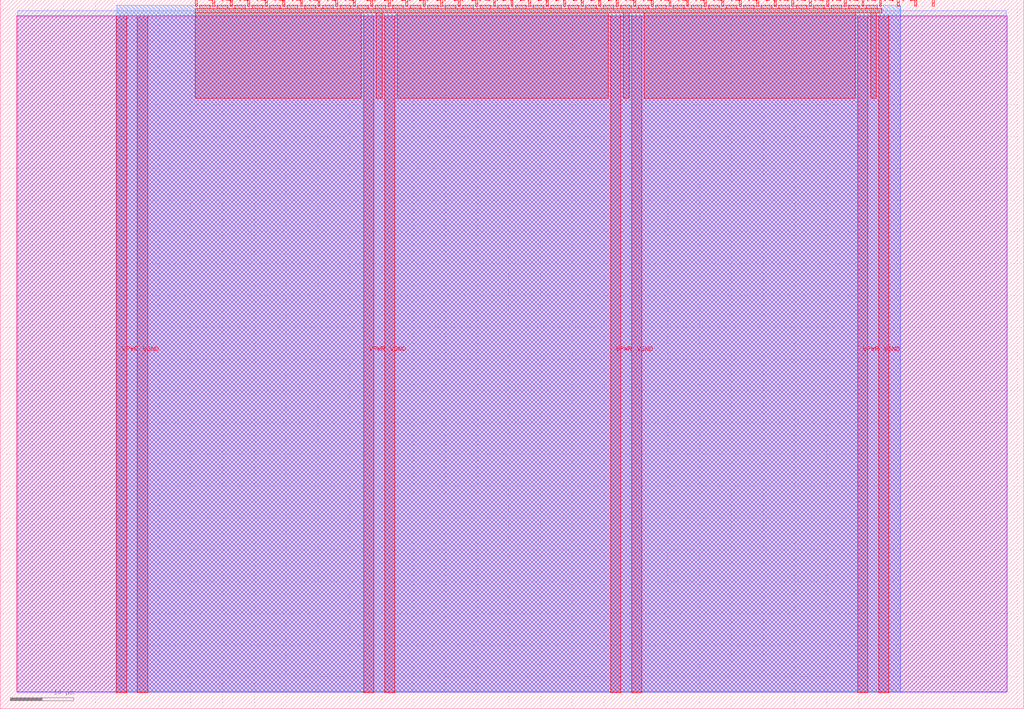
<source format=lef>
VERSION 5.7 ;
  NOWIREEXTENSIONATPIN ON ;
  DIVIDERCHAR "/" ;
  BUSBITCHARS "[]" ;
MACRO tt_um_c1_array_mult_structural
  CLASS BLOCK ;
  FOREIGN tt_um_c1_array_mult_structural ;
  ORIGIN 0.000 0.000 ;
  SIZE 161.000 BY 111.520 ;
  PIN VGND
    DIRECTION INOUT ;
    USE GROUND ;
    PORT
      LAYER met4 ;
        RECT 21.580 2.480 23.180 109.040 ;
    END
    PORT
      LAYER met4 ;
        RECT 60.450 2.480 62.050 109.040 ;
    END
    PORT
      LAYER met4 ;
        RECT 99.320 2.480 100.920 109.040 ;
    END
    PORT
      LAYER met4 ;
        RECT 138.190 2.480 139.790 109.040 ;
    END
  END VGND
  PIN VPWR
    DIRECTION INOUT ;
    USE POWER ;
    PORT
      LAYER met4 ;
        RECT 18.280 2.480 19.880 109.040 ;
    END
    PORT
      LAYER met4 ;
        RECT 57.150 2.480 58.750 109.040 ;
    END
    PORT
      LAYER met4 ;
        RECT 96.020 2.480 97.620 109.040 ;
    END
    PORT
      LAYER met4 ;
        RECT 134.890 2.480 136.490 109.040 ;
    END
  END VPWR
  PIN clk
    DIRECTION INPUT ;
    USE SIGNAL ;
    PORT
      LAYER met4 ;
        RECT 143.830 110.520 144.130 111.520 ;
    END
  END clk
  PIN ena
    DIRECTION INPUT ;
    USE SIGNAL ;
    PORT
      LAYER met4 ;
        RECT 146.590 110.520 146.890 111.520 ;
    END
  END ena
  PIN rst_n
    DIRECTION INPUT ;
    USE SIGNAL ;
    PORT
      LAYER met4 ;
        RECT 141.070 110.520 141.370 111.520 ;
    END
  END rst_n
  PIN ui_in[0]
    DIRECTION INPUT ;
    USE SIGNAL ;
    ANTENNAGATEAREA 0.213000 ;
    PORT
      LAYER met4 ;
        RECT 138.310 110.520 138.610 111.520 ;
    END
  END ui_in[0]
  PIN ui_in[1]
    DIRECTION INPUT ;
    USE SIGNAL ;
    ANTENNAGATEAREA 0.159000 ;
    PORT
      LAYER met4 ;
        RECT 135.550 110.520 135.850 111.520 ;
    END
  END ui_in[1]
  PIN ui_in[2]
    DIRECTION INPUT ;
    USE SIGNAL ;
    ANTENNAGATEAREA 0.213000 ;
    PORT
      LAYER met4 ;
        RECT 132.790 110.520 133.090 111.520 ;
    END
  END ui_in[2]
  PIN ui_in[3]
    DIRECTION INPUT ;
    USE SIGNAL ;
    ANTENNAGATEAREA 0.213000 ;
    PORT
      LAYER met4 ;
        RECT 130.030 110.520 130.330 111.520 ;
    END
  END ui_in[3]
  PIN ui_in[4]
    DIRECTION INPUT ;
    USE SIGNAL ;
    ANTENNAGATEAREA 0.126000 ;
    PORT
      LAYER met4 ;
        RECT 127.270 110.520 127.570 111.520 ;
    END
  END ui_in[4]
  PIN ui_in[5]
    DIRECTION INPUT ;
    USE SIGNAL ;
    ANTENNAGATEAREA 0.126000 ;
    PORT
      LAYER met4 ;
        RECT 124.510 110.520 124.810 111.520 ;
    END
  END ui_in[5]
  PIN ui_in[6]
    DIRECTION INPUT ;
    USE SIGNAL ;
    ANTENNAGATEAREA 0.213000 ;
    PORT
      LAYER met4 ;
        RECT 121.750 110.520 122.050 111.520 ;
    END
  END ui_in[6]
  PIN ui_in[7]
    DIRECTION INPUT ;
    USE SIGNAL ;
    ANTENNAGATEAREA 0.159000 ;
    PORT
      LAYER met4 ;
        RECT 118.990 110.520 119.290 111.520 ;
    END
  END ui_in[7]
  PIN uio_in[0]
    DIRECTION INPUT ;
    USE SIGNAL ;
    PORT
      LAYER met4 ;
        RECT 116.230 110.520 116.530 111.520 ;
    END
  END uio_in[0]
  PIN uio_in[1]
    DIRECTION INPUT ;
    USE SIGNAL ;
    PORT
      LAYER met4 ;
        RECT 113.470 110.520 113.770 111.520 ;
    END
  END uio_in[1]
  PIN uio_in[2]
    DIRECTION INPUT ;
    USE SIGNAL ;
    PORT
      LAYER met4 ;
        RECT 110.710 110.520 111.010 111.520 ;
    END
  END uio_in[2]
  PIN uio_in[3]
    DIRECTION INPUT ;
    USE SIGNAL ;
    PORT
      LAYER met4 ;
        RECT 107.950 110.520 108.250 111.520 ;
    END
  END uio_in[3]
  PIN uio_in[4]
    DIRECTION INPUT ;
    USE SIGNAL ;
    PORT
      LAYER met4 ;
        RECT 105.190 110.520 105.490 111.520 ;
    END
  END uio_in[4]
  PIN uio_in[5]
    DIRECTION INPUT ;
    USE SIGNAL ;
    PORT
      LAYER met4 ;
        RECT 102.430 110.520 102.730 111.520 ;
    END
  END uio_in[5]
  PIN uio_in[6]
    DIRECTION INPUT ;
    USE SIGNAL ;
    PORT
      LAYER met4 ;
        RECT 99.670 110.520 99.970 111.520 ;
    END
  END uio_in[6]
  PIN uio_in[7]
    DIRECTION INPUT ;
    USE SIGNAL ;
    PORT
      LAYER met4 ;
        RECT 96.910 110.520 97.210 111.520 ;
    END
  END uio_in[7]
  PIN uio_oe[0]
    DIRECTION OUTPUT ;
    USE SIGNAL ;
    PORT
      LAYER met4 ;
        RECT 49.990 110.520 50.290 111.520 ;
    END
  END uio_oe[0]
  PIN uio_oe[1]
    DIRECTION OUTPUT ;
    USE SIGNAL ;
    PORT
      LAYER met4 ;
        RECT 47.230 110.520 47.530 111.520 ;
    END
  END uio_oe[1]
  PIN uio_oe[2]
    DIRECTION OUTPUT ;
    USE SIGNAL ;
    PORT
      LAYER met4 ;
        RECT 44.470 110.520 44.770 111.520 ;
    END
  END uio_oe[2]
  PIN uio_oe[3]
    DIRECTION OUTPUT ;
    USE SIGNAL ;
    PORT
      LAYER met4 ;
        RECT 41.710 110.520 42.010 111.520 ;
    END
  END uio_oe[3]
  PIN uio_oe[4]
    DIRECTION OUTPUT ;
    USE SIGNAL ;
    PORT
      LAYER met4 ;
        RECT 38.950 110.520 39.250 111.520 ;
    END
  END uio_oe[4]
  PIN uio_oe[5]
    DIRECTION OUTPUT ;
    USE SIGNAL ;
    PORT
      LAYER met4 ;
        RECT 36.190 110.520 36.490 111.520 ;
    END
  END uio_oe[5]
  PIN uio_oe[6]
    DIRECTION OUTPUT ;
    USE SIGNAL ;
    PORT
      LAYER met4 ;
        RECT 33.430 110.520 33.730 111.520 ;
    END
  END uio_oe[6]
  PIN uio_oe[7]
    DIRECTION OUTPUT ;
    USE SIGNAL ;
    PORT
      LAYER met4 ;
        RECT 30.670 110.520 30.970 111.520 ;
    END
  END uio_oe[7]
  PIN uio_out[0]
    DIRECTION OUTPUT ;
    USE SIGNAL ;
    PORT
      LAYER met4 ;
        RECT 72.070 110.520 72.370 111.520 ;
    END
  END uio_out[0]
  PIN uio_out[1]
    DIRECTION OUTPUT ;
    USE SIGNAL ;
    PORT
      LAYER met4 ;
        RECT 69.310 110.520 69.610 111.520 ;
    END
  END uio_out[1]
  PIN uio_out[2]
    DIRECTION OUTPUT ;
    USE SIGNAL ;
    PORT
      LAYER met4 ;
        RECT 66.550 110.520 66.850 111.520 ;
    END
  END uio_out[2]
  PIN uio_out[3]
    DIRECTION OUTPUT ;
    USE SIGNAL ;
    PORT
      LAYER met4 ;
        RECT 63.790 110.520 64.090 111.520 ;
    END
  END uio_out[3]
  PIN uio_out[4]
    DIRECTION OUTPUT ;
    USE SIGNAL ;
    PORT
      LAYER met4 ;
        RECT 61.030 110.520 61.330 111.520 ;
    END
  END uio_out[4]
  PIN uio_out[5]
    DIRECTION OUTPUT ;
    USE SIGNAL ;
    PORT
      LAYER met4 ;
        RECT 58.270 110.520 58.570 111.520 ;
    END
  END uio_out[5]
  PIN uio_out[6]
    DIRECTION OUTPUT ;
    USE SIGNAL ;
    PORT
      LAYER met4 ;
        RECT 55.510 110.520 55.810 111.520 ;
    END
  END uio_out[6]
  PIN uio_out[7]
    DIRECTION OUTPUT ;
    USE SIGNAL ;
    PORT
      LAYER met4 ;
        RECT 52.750 110.520 53.050 111.520 ;
    END
  END uio_out[7]
  PIN uo_out[0]
    DIRECTION OUTPUT ;
    USE SIGNAL ;
    ANTENNADIFFAREA 0.643500 ;
    PORT
      LAYER met4 ;
        RECT 94.150 110.520 94.450 111.520 ;
    END
  END uo_out[0]
  PIN uo_out[1]
    DIRECTION OUTPUT ;
    USE SIGNAL ;
    ANTENNADIFFAREA 0.445500 ;
    PORT
      LAYER met4 ;
        RECT 91.390 110.520 91.690 111.520 ;
    END
  END uo_out[1]
  PIN uo_out[2]
    DIRECTION OUTPUT ;
    USE SIGNAL ;
    ANTENNADIFFAREA 0.445500 ;
    PORT
      LAYER met4 ;
        RECT 88.630 110.520 88.930 111.520 ;
    END
  END uo_out[2]
  PIN uo_out[3]
    DIRECTION OUTPUT ;
    USE SIGNAL ;
    ANTENNADIFFAREA 0.445500 ;
    PORT
      LAYER met4 ;
        RECT 85.870 110.520 86.170 111.520 ;
    END
  END uo_out[3]
  PIN uo_out[4]
    DIRECTION OUTPUT ;
    USE SIGNAL ;
    ANTENNADIFFAREA 0.445500 ;
    PORT
      LAYER met4 ;
        RECT 83.110 110.520 83.410 111.520 ;
    END
  END uo_out[4]
  PIN uo_out[5]
    DIRECTION OUTPUT ;
    USE SIGNAL ;
    ANTENNADIFFAREA 0.445500 ;
    PORT
      LAYER met4 ;
        RECT 80.350 110.520 80.650 111.520 ;
    END
  END uo_out[5]
  PIN uo_out[6]
    DIRECTION OUTPUT ;
    USE SIGNAL ;
    ANTENNADIFFAREA 0.445500 ;
    PORT
      LAYER met4 ;
        RECT 77.590 110.520 77.890 111.520 ;
    END
  END uo_out[6]
  PIN uo_out[7]
    DIRECTION OUTPUT ;
    USE SIGNAL ;
    ANTENNADIFFAREA 0.445500 ;
    PORT
      LAYER met4 ;
        RECT 74.830 110.520 75.130 111.520 ;
    END
  END uo_out[7]
  OBS
      LAYER nwell ;
        RECT 2.570 2.635 158.430 108.990 ;
      LAYER li1 ;
        RECT 2.760 2.635 158.240 108.885 ;
      LAYER met1 ;
        RECT 2.760 2.480 158.240 109.780 ;
      LAYER met2 ;
        RECT 18.310 2.535 141.590 110.685 ;
      LAYER met3 ;
        RECT 18.290 2.555 141.615 110.665 ;
      LAYER met4 ;
        RECT 31.370 110.120 33.030 110.665 ;
        RECT 34.130 110.120 35.790 110.665 ;
        RECT 36.890 110.120 38.550 110.665 ;
        RECT 39.650 110.120 41.310 110.665 ;
        RECT 42.410 110.120 44.070 110.665 ;
        RECT 45.170 110.120 46.830 110.665 ;
        RECT 47.930 110.120 49.590 110.665 ;
        RECT 50.690 110.120 52.350 110.665 ;
        RECT 53.450 110.120 55.110 110.665 ;
        RECT 56.210 110.120 57.870 110.665 ;
        RECT 58.970 110.120 60.630 110.665 ;
        RECT 61.730 110.120 63.390 110.665 ;
        RECT 64.490 110.120 66.150 110.665 ;
        RECT 67.250 110.120 68.910 110.665 ;
        RECT 70.010 110.120 71.670 110.665 ;
        RECT 72.770 110.120 74.430 110.665 ;
        RECT 75.530 110.120 77.190 110.665 ;
        RECT 78.290 110.120 79.950 110.665 ;
        RECT 81.050 110.120 82.710 110.665 ;
        RECT 83.810 110.120 85.470 110.665 ;
        RECT 86.570 110.120 88.230 110.665 ;
        RECT 89.330 110.120 90.990 110.665 ;
        RECT 92.090 110.120 93.750 110.665 ;
        RECT 94.850 110.120 96.510 110.665 ;
        RECT 97.610 110.120 99.270 110.665 ;
        RECT 100.370 110.120 102.030 110.665 ;
        RECT 103.130 110.120 104.790 110.665 ;
        RECT 105.890 110.120 107.550 110.665 ;
        RECT 108.650 110.120 110.310 110.665 ;
        RECT 111.410 110.120 113.070 110.665 ;
        RECT 114.170 110.120 115.830 110.665 ;
        RECT 116.930 110.120 118.590 110.665 ;
        RECT 119.690 110.120 121.350 110.665 ;
        RECT 122.450 110.120 124.110 110.665 ;
        RECT 125.210 110.120 126.870 110.665 ;
        RECT 127.970 110.120 129.630 110.665 ;
        RECT 130.730 110.120 132.390 110.665 ;
        RECT 133.490 110.120 135.150 110.665 ;
        RECT 136.250 110.120 137.910 110.665 ;
        RECT 30.655 109.440 138.625 110.120 ;
        RECT 30.655 96.055 56.750 109.440 ;
        RECT 59.150 96.055 60.050 109.440 ;
        RECT 62.450 96.055 95.620 109.440 ;
        RECT 98.020 96.055 98.920 109.440 ;
        RECT 101.320 96.055 134.490 109.440 ;
        RECT 136.890 96.055 137.790 109.440 ;
  END
END tt_um_c1_array_mult_structural
END LIBRARY


</source>
